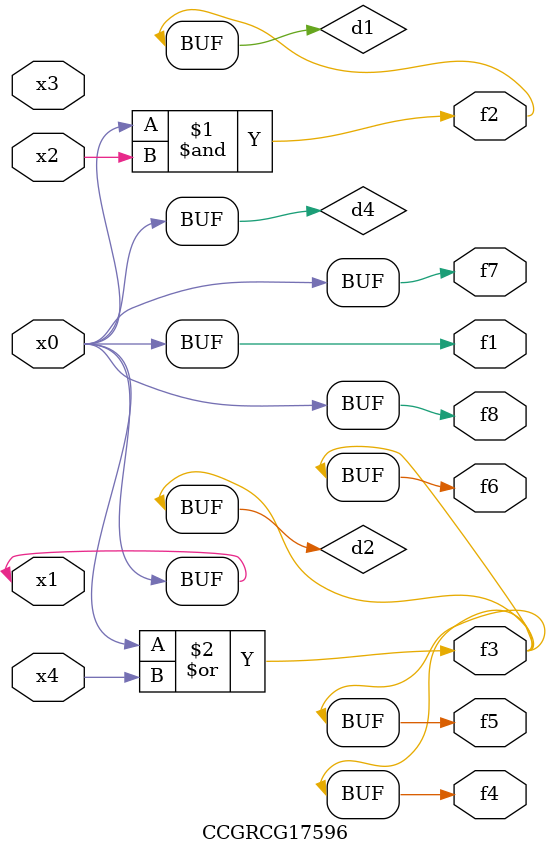
<source format=v>
module CCGRCG17596(
	input x0, x1, x2, x3, x4,
	output f1, f2, f3, f4, f5, f6, f7, f8
);

	wire d1, d2, d3, d4;

	and (d1, x0, x2);
	or (d2, x0, x4);
	nand (d3, x0, x2);
	buf (d4, x0, x1);
	assign f1 = d4;
	assign f2 = d1;
	assign f3 = d2;
	assign f4 = d2;
	assign f5 = d2;
	assign f6 = d2;
	assign f7 = d4;
	assign f8 = d4;
endmodule

</source>
